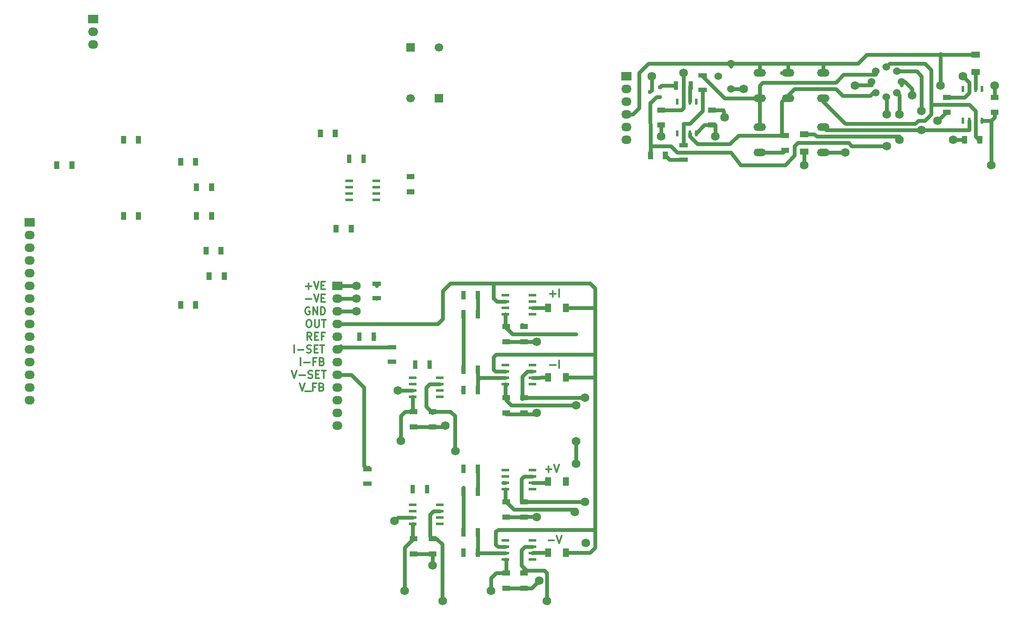
<source format=gbr>
G04 #@! TF.FileFunction,Copper,L1,Top,Signal*
%FSLAX46Y46*%
G04 Gerber Fmt 4.6, Leading zero omitted, Abs format (unit mm)*
G04 Created by KiCad (PCBNEW 4.0.4+dfsg1-stable) date Fri Dec 30 12:22:18 2016*
%MOMM*%
%LPD*%
G01*
G04 APERTURE LIST*
%ADD10C,0.100000*%
%ADD11C,0.300000*%
%ADD12R,1.300480X1.699260*%
%ADD13R,1.550000X0.600000*%
%ADD14R,2.032000X1.727200*%
%ADD15O,2.032000X1.727200*%
%ADD16R,1.600000X1.000000*%
%ADD17R,1.700000X0.900000*%
%ADD18R,0.900000X1.700000*%
%ADD19R,1.000000X1.600000*%
%ADD20C,1.699260*%
%ADD21R,1.699260X1.699260*%
%ADD22R,0.508000X1.143000*%
%ADD23R,1.699260X1.300480*%
%ADD24C,1.524000*%
%ADD25O,2.499360X1.501140*%
%ADD26R,0.800100X0.800100*%
%ADD27C,1.750000*%
%ADD28C,0.750000*%
G04 APERTURE END LIST*
D10*
D11*
X160329715Y-137267143D02*
X161472572Y-137267143D01*
X161972572Y-136338571D02*
X162472572Y-137838571D01*
X162972572Y-136338571D01*
X159821715Y-123043143D02*
X160964572Y-123043143D01*
X160393143Y-123614571D02*
X160393143Y-122471714D01*
X161464572Y-122114571D02*
X161964572Y-123614571D01*
X162464572Y-122114571D01*
X160615429Y-102215143D02*
X161758286Y-102215143D01*
X162472572Y-102786571D02*
X162472572Y-101286571D01*
X160615429Y-87991143D02*
X161758286Y-87991143D01*
X161186857Y-88562571D02*
X161186857Y-87419714D01*
X162472572Y-88562571D02*
X162472572Y-87062571D01*
X110565715Y-105858571D02*
X111065715Y-107358571D01*
X111565715Y-105858571D01*
X111708572Y-107501429D02*
X112851429Y-107501429D01*
X113708572Y-106572857D02*
X113208572Y-106572857D01*
X113208572Y-107358571D02*
X113208572Y-105858571D01*
X113922858Y-105858571D01*
X114994286Y-106572857D02*
X115208572Y-106644286D01*
X115280000Y-106715714D01*
X115351429Y-106858571D01*
X115351429Y-107072857D01*
X115280000Y-107215714D01*
X115208572Y-107287143D01*
X115065714Y-107358571D01*
X114494286Y-107358571D01*
X114494286Y-105858571D01*
X114994286Y-105858571D01*
X115137143Y-105930000D01*
X115208572Y-106001429D01*
X115280000Y-106144286D01*
X115280000Y-106287143D01*
X115208572Y-106430000D01*
X115137143Y-106501429D01*
X114994286Y-106572857D01*
X114494286Y-106572857D01*
X109002143Y-103318571D02*
X109502143Y-104818571D01*
X110002143Y-103318571D01*
X110502143Y-104247143D02*
X111645000Y-104247143D01*
X112287857Y-104747143D02*
X112502143Y-104818571D01*
X112859286Y-104818571D01*
X113002143Y-104747143D01*
X113073572Y-104675714D01*
X113145000Y-104532857D01*
X113145000Y-104390000D01*
X113073572Y-104247143D01*
X113002143Y-104175714D01*
X112859286Y-104104286D01*
X112573572Y-104032857D01*
X112430714Y-103961429D01*
X112359286Y-103890000D01*
X112287857Y-103747143D01*
X112287857Y-103604286D01*
X112359286Y-103461429D01*
X112430714Y-103390000D01*
X112573572Y-103318571D01*
X112930714Y-103318571D01*
X113145000Y-103390000D01*
X113787857Y-104032857D02*
X114287857Y-104032857D01*
X114502143Y-104818571D02*
X113787857Y-104818571D01*
X113787857Y-103318571D01*
X114502143Y-103318571D01*
X114930714Y-103318571D02*
X115787857Y-103318571D01*
X115359286Y-104818571D02*
X115359286Y-103318571D01*
X112292000Y-93158571D02*
X112577714Y-93158571D01*
X112720572Y-93230000D01*
X112863429Y-93372857D01*
X112934857Y-93658571D01*
X112934857Y-94158571D01*
X112863429Y-94444286D01*
X112720572Y-94587143D01*
X112577714Y-94658571D01*
X112292000Y-94658571D01*
X112149143Y-94587143D01*
X112006286Y-94444286D01*
X111934857Y-94158571D01*
X111934857Y-93658571D01*
X112006286Y-93372857D01*
X112149143Y-93230000D01*
X112292000Y-93158571D01*
X113577715Y-93158571D02*
X113577715Y-94372857D01*
X113649143Y-94515714D01*
X113720572Y-94587143D01*
X113863429Y-94658571D01*
X114149143Y-94658571D01*
X114292001Y-94587143D01*
X114363429Y-94515714D01*
X114434858Y-94372857D01*
X114434858Y-93158571D01*
X114934858Y-93158571D02*
X115792001Y-93158571D01*
X115363430Y-94658571D02*
X115363430Y-93158571D01*
X110708572Y-102278571D02*
X110708572Y-100778571D01*
X111422858Y-101707143D02*
X112565715Y-101707143D01*
X113780001Y-101492857D02*
X113280001Y-101492857D01*
X113280001Y-102278571D02*
X113280001Y-100778571D01*
X113994287Y-100778571D01*
X115065715Y-101492857D02*
X115280001Y-101564286D01*
X115351429Y-101635714D01*
X115422858Y-101778571D01*
X115422858Y-101992857D01*
X115351429Y-102135714D01*
X115280001Y-102207143D01*
X115137143Y-102278571D01*
X114565715Y-102278571D01*
X114565715Y-100778571D01*
X115065715Y-100778571D01*
X115208572Y-100850000D01*
X115280001Y-100921429D01*
X115351429Y-101064286D01*
X115351429Y-101207143D01*
X115280001Y-101350000D01*
X115208572Y-101421429D01*
X115065715Y-101492857D01*
X114565715Y-101492857D01*
X109502143Y-99738571D02*
X109502143Y-98238571D01*
X110216429Y-99167143D02*
X111359286Y-99167143D01*
X112002143Y-99667143D02*
X112216429Y-99738571D01*
X112573572Y-99738571D01*
X112716429Y-99667143D01*
X112787858Y-99595714D01*
X112859286Y-99452857D01*
X112859286Y-99310000D01*
X112787858Y-99167143D01*
X112716429Y-99095714D01*
X112573572Y-99024286D01*
X112287858Y-98952857D01*
X112145000Y-98881429D01*
X112073572Y-98810000D01*
X112002143Y-98667143D01*
X112002143Y-98524286D01*
X112073572Y-98381429D01*
X112145000Y-98310000D01*
X112287858Y-98238571D01*
X112645000Y-98238571D01*
X112859286Y-98310000D01*
X113502143Y-98952857D02*
X114002143Y-98952857D01*
X114216429Y-99738571D02*
X113502143Y-99738571D01*
X113502143Y-98238571D01*
X114216429Y-98238571D01*
X114645000Y-98238571D02*
X115502143Y-98238571D01*
X115073572Y-99738571D02*
X115073572Y-98238571D01*
X112934858Y-97198571D02*
X112434858Y-96484286D01*
X112077715Y-97198571D02*
X112077715Y-95698571D01*
X112649143Y-95698571D01*
X112792001Y-95770000D01*
X112863429Y-95841429D01*
X112934858Y-95984286D01*
X112934858Y-96198571D01*
X112863429Y-96341429D01*
X112792001Y-96412857D01*
X112649143Y-96484286D01*
X112077715Y-96484286D01*
X113577715Y-96412857D02*
X114077715Y-96412857D01*
X114292001Y-97198571D02*
X113577715Y-97198571D01*
X113577715Y-95698571D01*
X114292001Y-95698571D01*
X115434858Y-96412857D02*
X114934858Y-96412857D01*
X114934858Y-97198571D02*
X114934858Y-95698571D01*
X115649144Y-95698571D01*
X112522143Y-90690000D02*
X112379286Y-90618571D01*
X112165000Y-90618571D01*
X111950715Y-90690000D01*
X111807857Y-90832857D01*
X111736429Y-90975714D01*
X111665000Y-91261429D01*
X111665000Y-91475714D01*
X111736429Y-91761429D01*
X111807857Y-91904286D01*
X111950715Y-92047143D01*
X112165000Y-92118571D01*
X112307857Y-92118571D01*
X112522143Y-92047143D01*
X112593572Y-91975714D01*
X112593572Y-91475714D01*
X112307857Y-91475714D01*
X113236429Y-92118571D02*
X113236429Y-90618571D01*
X114093572Y-92118571D01*
X114093572Y-90618571D01*
X114807858Y-92118571D02*
X114807858Y-90618571D01*
X115165001Y-90618571D01*
X115379286Y-90690000D01*
X115522144Y-90832857D01*
X115593572Y-90975714D01*
X115665001Y-91261429D01*
X115665001Y-91475714D01*
X115593572Y-91761429D01*
X115522144Y-91904286D01*
X115379286Y-92047143D01*
X115165001Y-92118571D01*
X114807858Y-92118571D01*
X111772143Y-89007143D02*
X112915000Y-89007143D01*
X113415000Y-88078571D02*
X113915000Y-89578571D01*
X114415000Y-88078571D01*
X114915000Y-88792857D02*
X115415000Y-88792857D01*
X115629286Y-89578571D02*
X114915000Y-89578571D01*
X114915000Y-88078571D01*
X115629286Y-88078571D01*
X111772143Y-86467143D02*
X112915000Y-86467143D01*
X112343571Y-87038571D02*
X112343571Y-85895714D01*
X113415000Y-85538571D02*
X113915000Y-87038571D01*
X114415000Y-85538571D01*
X114915000Y-86252857D02*
X115415000Y-86252857D01*
X115629286Y-87038571D02*
X114915000Y-87038571D01*
X114915000Y-85538571D01*
X115629286Y-85538571D01*
D12*
X163802060Y-90805000D03*
X160301940Y-90805000D03*
D13*
X151732000Y-88265000D03*
X151732000Y-89535000D03*
X151732000Y-90805000D03*
X151732000Y-92075000D03*
X157132000Y-92075000D03*
X157132000Y-90805000D03*
X157132000Y-89535000D03*
X157132000Y-88265000D03*
D12*
X160301940Y-104648000D03*
X163802060Y-104648000D03*
D14*
X118110000Y-86360000D03*
D15*
X118110000Y-88900000D03*
X118110000Y-91440000D03*
X118110000Y-93980000D03*
X118110000Y-96520000D03*
X118110000Y-99060000D03*
X118110000Y-101600000D03*
X118110000Y-104140000D03*
X118110000Y-106680000D03*
X118110000Y-109220000D03*
X118110000Y-111760000D03*
X118110000Y-114300000D03*
D13*
X133190000Y-104775000D03*
X133190000Y-106045000D03*
X133190000Y-107315000D03*
X133190000Y-108585000D03*
X138590000Y-108585000D03*
X138590000Y-107315000D03*
X138590000Y-106045000D03*
X138590000Y-104775000D03*
X151732000Y-102235000D03*
X151732000Y-103505000D03*
X151732000Y-104775000D03*
X151732000Y-106045000D03*
X157132000Y-106045000D03*
X157132000Y-104775000D03*
X157132000Y-103505000D03*
X157132000Y-102235000D03*
D12*
X163802060Y-125476000D03*
X160301940Y-125476000D03*
X160301940Y-139700000D03*
X163802060Y-139700000D03*
D13*
X133190000Y-130175000D03*
X133190000Y-131445000D03*
X133190000Y-132715000D03*
X133190000Y-133985000D03*
X138590000Y-133985000D03*
X138590000Y-132715000D03*
X138590000Y-131445000D03*
X138590000Y-130175000D03*
X151732000Y-123190000D03*
X151732000Y-124460000D03*
X151732000Y-125730000D03*
X151732000Y-127000000D03*
X157132000Y-127000000D03*
X157132000Y-125730000D03*
X157132000Y-124460000D03*
X157132000Y-123190000D03*
X151732000Y-137287000D03*
X151732000Y-138557000D03*
X151732000Y-139827000D03*
X151732000Y-141097000D03*
X157132000Y-141097000D03*
X157132000Y-139827000D03*
X157132000Y-138557000D03*
X157132000Y-137287000D03*
D16*
X151892000Y-94512000D03*
X151892000Y-97512000D03*
X155448000Y-94512000D03*
X155448000Y-97512000D03*
X137160000Y-111530000D03*
X137160000Y-114530000D03*
X151892000Y-108736000D03*
X151892000Y-111736000D03*
X155448000Y-108736000D03*
X155448000Y-111736000D03*
X133350000Y-111530000D03*
X133350000Y-114530000D03*
X155448000Y-129564000D03*
X155448000Y-132564000D03*
X151892000Y-129564000D03*
X151892000Y-132564000D03*
X155448000Y-143788000D03*
X155448000Y-146788000D03*
X133350000Y-136930000D03*
X133350000Y-139930000D03*
X137160000Y-136930000D03*
X137160000Y-139930000D03*
X151892000Y-143788000D03*
X151892000Y-146788000D03*
D17*
X129032000Y-101526000D03*
X129032000Y-98626000D03*
D18*
X136578000Y-102108000D03*
X133678000Y-102108000D03*
X146230000Y-92075000D03*
X143330000Y-92075000D03*
X146230000Y-88265000D03*
X143330000Y-88265000D03*
X146230000Y-103124000D03*
X143330000Y-103124000D03*
X146230000Y-107188000D03*
X143330000Y-107188000D03*
X125402000Y-96520000D03*
X122502000Y-96520000D03*
D17*
X124079000Y-125910000D03*
X124079000Y-123010000D03*
D18*
X136070000Y-127000000D03*
X133170000Y-127000000D03*
X146230000Y-127508000D03*
X143330000Y-127508000D03*
X146230000Y-122936000D03*
X143330000Y-122936000D03*
X146230000Y-135636000D03*
X143330000Y-135636000D03*
X146230000Y-139700000D03*
X143330000Y-139700000D03*
D17*
X125984000Y-88826000D03*
X125984000Y-85926000D03*
D19*
X114705000Y-55880000D03*
X117705000Y-55880000D03*
D16*
X132715000Y-64540000D03*
X132715000Y-67540000D03*
D19*
X117880000Y-74930000D03*
X120880000Y-74930000D03*
X62000000Y-62230000D03*
X65000000Y-62230000D03*
X75335000Y-72390000D03*
X78335000Y-72390000D03*
X75335000Y-57150000D03*
X78335000Y-57150000D03*
X86765000Y-61595000D03*
X89765000Y-61595000D03*
X89940000Y-66675000D03*
X92940000Y-66675000D03*
X89940000Y-72390000D03*
X92940000Y-72390000D03*
X91845000Y-79375000D03*
X94845000Y-79375000D03*
X92480000Y-84455000D03*
X95480000Y-84455000D03*
X86765000Y-90170000D03*
X89765000Y-90170000D03*
D18*
X120470000Y-60960000D03*
X123370000Y-60960000D03*
D13*
X125890000Y-69215000D03*
X125890000Y-67945000D03*
X125890000Y-66675000D03*
X125890000Y-65405000D03*
X120490000Y-65405000D03*
X120490000Y-66675000D03*
X120490000Y-67945000D03*
X120490000Y-69215000D03*
D16*
X240030000Y-48665000D03*
X240030000Y-51665000D03*
X182880000Y-51205000D03*
X182880000Y-54205000D03*
X193040000Y-54205000D03*
X193040000Y-51205000D03*
X249555000Y-51665000D03*
X249555000Y-48665000D03*
D20*
X132717540Y-48895520D03*
D21*
X132717540Y-38735520D03*
D20*
X138427460Y-38734480D03*
D21*
X138427460Y-48894480D03*
D14*
X56515000Y-73660000D03*
D15*
X56515000Y-76200000D03*
X56515000Y-78740000D03*
X56515000Y-81280000D03*
X56515000Y-83820000D03*
X56515000Y-86360000D03*
X56515000Y-88900000D03*
X56515000Y-91440000D03*
X56515000Y-93980000D03*
X56515000Y-96520000D03*
X56515000Y-99060000D03*
X56515000Y-101600000D03*
X56515000Y-104140000D03*
X56515000Y-106680000D03*
X56515000Y-109220000D03*
D14*
X69215000Y-33020000D03*
D15*
X69215000Y-35560000D03*
X69215000Y-38100000D03*
D14*
X175895000Y-44450000D03*
D15*
X175895000Y-46990000D03*
X175895000Y-49530000D03*
X175895000Y-52070000D03*
X175895000Y-54610000D03*
X175895000Y-57150000D03*
D22*
X243205000Y-46990000D03*
X244475000Y-46990000D03*
X245745000Y-46990000D03*
X247015000Y-46990000D03*
X247015000Y-53340000D03*
X245745000Y-53340000D03*
X244475000Y-53340000D03*
X243205000Y-53340000D03*
D19*
X246610000Y-57150000D03*
X243610000Y-57150000D03*
D23*
X245745000Y-43660060D03*
X245745000Y-40159940D03*
D24*
X224927500Y-45607500D03*
X230927500Y-45607500D03*
X227927500Y-42607500D03*
X227927500Y-48607500D03*
X230052500Y-47732500D03*
X225802500Y-43482500D03*
X230052500Y-43482500D03*
X225802500Y-47732500D03*
D25*
X215265000Y-54610000D03*
X215265000Y-59690000D03*
D18*
X188775000Y-46355000D03*
X185875000Y-46355000D03*
D17*
X187325000Y-58240000D03*
X187325000Y-61140000D03*
X191135000Y-47170000D03*
X191135000Y-44270000D03*
D24*
X194310000Y-44450000D03*
X196850000Y-41910000D03*
X196850000Y-46990000D03*
D22*
X186055000Y-49530000D03*
X187325000Y-49530000D03*
X188595000Y-49530000D03*
X189865000Y-49530000D03*
X189865000Y-55880000D03*
X188595000Y-55880000D03*
X187325000Y-55880000D03*
X186055000Y-55880000D03*
D23*
X211455000Y-56034940D03*
X211455000Y-59535060D03*
D26*
X182610760Y-48575000D03*
X182610760Y-46675000D03*
X180611780Y-47625000D03*
D19*
X183745000Y-60325000D03*
X180745000Y-60325000D03*
D16*
X207645000Y-56285000D03*
X207645000Y-59285000D03*
D25*
X215265000Y-43815000D03*
X215265000Y-48895000D03*
X208280000Y-43815000D03*
X208280000Y-48895000D03*
X202565000Y-43815000D03*
X202565000Y-48895000D03*
X202565000Y-54610000D03*
X202565000Y-59690000D03*
D27*
X187325000Y-43815000D03*
X180975000Y-44450000D03*
X243205000Y-44450000D03*
X160020000Y-149352000D03*
X141732000Y-119380000D03*
X167640000Y-108712000D03*
X139192000Y-149352000D03*
X167640000Y-129540000D03*
X167767000Y-137795000D03*
X121920000Y-86360000D03*
X193675000Y-56515000D03*
X248920000Y-62230000D03*
X211455000Y-62230000D03*
X165608000Y-131572000D03*
X148844000Y-147320000D03*
X130810000Y-117348000D03*
X131572000Y-147320000D03*
X165862000Y-110236000D03*
X165862000Y-117475000D03*
X165862000Y-121920000D03*
X121920000Y-88900000D03*
X199390000Y-46990000D03*
X182880000Y-56515000D03*
X195580000Y-52705000D03*
X249555000Y-46355000D03*
X238125000Y-53340000D03*
X221615000Y-46355000D03*
X219710000Y-59690000D03*
X241300000Y-57150000D03*
X158496000Y-145288000D03*
X121920000Y-91440000D03*
X157988000Y-97536000D03*
X157988000Y-111760000D03*
X139700000Y-114300000D03*
X137160000Y-142240000D03*
X130175000Y-107315000D03*
X157988000Y-132588000D03*
X233045000Y-48260000D03*
X238760000Y-46355000D03*
X129540000Y-133350000D03*
X234950000Y-55245000D03*
X234950000Y-51435000D03*
X227965000Y-52070000D03*
X227965000Y-58420000D03*
X230505000Y-52070000D03*
X230505000Y-57150000D03*
D28*
X187325000Y-43815000D02*
X187325000Y-49530000D01*
X180975000Y-44450000D02*
X180975000Y-47261780D01*
X180975000Y-47261780D02*
X180611780Y-47625000D01*
X187325000Y-49530000D02*
X187325000Y-50800000D01*
X187325000Y-50800000D02*
X186920000Y-51205000D01*
X186920000Y-51205000D02*
X182880000Y-51205000D01*
X180611780Y-44813220D02*
X180975000Y-44450000D01*
X244475000Y-46990000D02*
X244475000Y-47800000D01*
X243610000Y-48665000D02*
X244475000Y-47800000D01*
X241705000Y-48665000D02*
X240665000Y-48665000D01*
X241705000Y-48665000D02*
X243610000Y-48665000D01*
X244475000Y-46990000D02*
X244475000Y-45720000D01*
X244475000Y-45720000D02*
X243205000Y-44450000D01*
X155448000Y-142748000D02*
X155448000Y-143788000D01*
X154940000Y-142240000D02*
X155448000Y-142748000D01*
X155448000Y-142748000D02*
X155956000Y-143256000D01*
X160020000Y-149352000D02*
X160020000Y-143764000D01*
X159512000Y-143256000D02*
X160020000Y-143764000D01*
X154940000Y-139192000D02*
X154940000Y-142240000D01*
X155575000Y-138557000D02*
X157132000Y-138557000D01*
X155575000Y-138557000D02*
X154940000Y-139192000D01*
X155956000Y-143256000D02*
X159512000Y-143256000D01*
X140740000Y-111530000D02*
X141605000Y-112395000D01*
X141605000Y-112395000D02*
X141605000Y-119380000D01*
X137160000Y-111530000D02*
X140740000Y-111530000D01*
X141605000Y-119380000D02*
X141732000Y-119380000D01*
X139065000Y-138049000D02*
X139065000Y-149225000D01*
X139065000Y-149225000D02*
X139192000Y-149352000D01*
X137160000Y-136930000D02*
X137946000Y-136930000D01*
X137946000Y-136930000D02*
X139065000Y-138049000D01*
X138590000Y-131445000D02*
X137287000Y-131445000D01*
X136652000Y-136422000D02*
X137160000Y-136930000D01*
X136652000Y-132080000D02*
X136652000Y-136422000D01*
X137287000Y-131445000D02*
X136652000Y-132080000D01*
X155448000Y-129564000D02*
X167616000Y-129564000D01*
X167616000Y-129564000D02*
X167640000Y-129540000D01*
X155448000Y-108736000D02*
X167640000Y-108712000D01*
X121920000Y-86360000D02*
X118110000Y-86360000D01*
X154940000Y-124968000D02*
X154940000Y-129564000D01*
X154940000Y-129564000D02*
X155448000Y-129564000D01*
X156083000Y-103505000D02*
X155067000Y-104521000D01*
X157132000Y-103505000D02*
X156083000Y-103505000D01*
X155067000Y-104521000D02*
X155067000Y-108990000D01*
X157132000Y-124460000D02*
X155448000Y-124460000D01*
X155448000Y-124460000D02*
X154940000Y-124968000D01*
X155448000Y-129564000D02*
X155853000Y-129564000D01*
X137160000Y-111530000D02*
X137565000Y-111530000D01*
X137160000Y-111530000D02*
X137160000Y-111760000D01*
X137160000Y-111760000D02*
X135890000Y-110490000D01*
X138590000Y-106045000D02*
X136525000Y-106045000D01*
X135890000Y-110490000D02*
X137160000Y-111760000D01*
X135890000Y-106680000D02*
X135890000Y-110490000D01*
X136525000Y-106045000D02*
X135890000Y-106680000D01*
X165862000Y-96012000D02*
X165100000Y-96012000D01*
X165100000Y-96012000D02*
X153162000Y-96012000D01*
X153162000Y-96012000D02*
X151892000Y-94742000D01*
X151892000Y-94512000D02*
X151892000Y-94742000D01*
X193675000Y-56515000D02*
X193675000Y-54205000D01*
X248920000Y-53340000D02*
X248920000Y-62230000D01*
X247015000Y-53340000D02*
X248920000Y-53340000D01*
X249555000Y-52705000D02*
X249555000Y-51665000D01*
X248920000Y-53340000D02*
X249555000Y-52705000D01*
X193675000Y-54205000D02*
X191540000Y-54205000D01*
X191540000Y-54205000D02*
X189865000Y-55880000D01*
X211455000Y-62230000D02*
X211455000Y-59535060D01*
X155086052Y-94150052D02*
X155448000Y-94512000D01*
X165100000Y-131064000D02*
X165608000Y-131572000D01*
X118110000Y-88900000D02*
X121920000Y-88900000D01*
X151892000Y-143788000D02*
X149836000Y-143788000D01*
X148844000Y-144780000D02*
X148844000Y-147320000D01*
X149836000Y-143788000D02*
X148844000Y-144780000D01*
X130810000Y-112395000D02*
X130810000Y-117348000D01*
X131675000Y-111530000D02*
X130810000Y-112395000D01*
X133350000Y-111530000D02*
X131675000Y-111530000D01*
X131572000Y-138684000D02*
X131572000Y-147320000D01*
X133326000Y-136930000D02*
X131572000Y-138684000D01*
X133350000Y-136930000D02*
X133326000Y-136930000D01*
X133190000Y-133985000D02*
X133190000Y-136770000D01*
X133190000Y-136770000D02*
X133350000Y-136930000D01*
X152908000Y-110236000D02*
X165862000Y-110236000D01*
X151892000Y-109220000D02*
X152908000Y-110236000D01*
X151892000Y-108736000D02*
X151892000Y-109220000D01*
X151732000Y-106045000D02*
X151732000Y-108576000D01*
X151732000Y-108576000D02*
X151892000Y-108736000D01*
X151732000Y-127000000D02*
X151732000Y-129404000D01*
X151732000Y-129404000D02*
X151892000Y-129564000D01*
X151892000Y-143788000D02*
X151892000Y-141257000D01*
X151892000Y-141257000D02*
X151732000Y-141097000D01*
X151892000Y-129540000D02*
X153416000Y-131064000D01*
X153416000Y-131064000D02*
X165100000Y-131064000D01*
X165100000Y-131064000D02*
X165862000Y-131064000D01*
X151892000Y-129437000D02*
X151892000Y-129540000D01*
X133350000Y-111530000D02*
X132945000Y-111530000D01*
X165862000Y-121920000D02*
X165862000Y-117475000D01*
X151892000Y-106205000D02*
X151732000Y-106045000D01*
X151732000Y-92075000D02*
X151732000Y-94352000D01*
X151962000Y-143858000D02*
X151892000Y-143788000D01*
X133190000Y-108585000D02*
X133190000Y-111370000D01*
X133190000Y-111370000D02*
X133350000Y-111530000D01*
X133190000Y-136770000D02*
X133350000Y-136930000D01*
X133350000Y-134145000D02*
X133190000Y-133985000D01*
X157132000Y-104775000D02*
X160301940Y-104648000D01*
X202565000Y-59690000D02*
X207240000Y-59690000D01*
X207240000Y-59690000D02*
X207645000Y-59285000D01*
X196850000Y-46990000D02*
X199390000Y-46990000D01*
X182880000Y-54205000D02*
X182880000Y-56515000D01*
X193675000Y-51205000D02*
X195350000Y-51205000D01*
X195350000Y-51205000D02*
X195580000Y-52705000D01*
X249555000Y-48665000D02*
X249555000Y-46355000D01*
X240030000Y-51665000D02*
X238125000Y-53340000D01*
X224927500Y-46242500D02*
X221727500Y-46242500D01*
X221727500Y-46242500D02*
X221615000Y-46355000D01*
X219710000Y-59690000D02*
X215265000Y-59690000D01*
X243610000Y-57150000D02*
X241300000Y-57150000D01*
X151892000Y-132564000D02*
X155448000Y-132564000D01*
X155448000Y-146788000D02*
X156996000Y-146788000D01*
X156996000Y-146788000D02*
X158496000Y-145288000D01*
X121920000Y-91440000D02*
X118872000Y-91440000D01*
X155448000Y-97512000D02*
X157964000Y-97512000D01*
X157964000Y-97512000D02*
X157988000Y-97536000D01*
X155067000Y-111990000D02*
X157758000Y-111990000D01*
X157758000Y-111990000D02*
X157988000Y-111760000D01*
X151892000Y-146788000D02*
X155448000Y-146788000D01*
X137160000Y-114530000D02*
X139470000Y-114530000D01*
X139470000Y-114530000D02*
X139700000Y-114300000D01*
X151892000Y-111990000D02*
X155067000Y-111990000D01*
X151892000Y-97512000D02*
X155448000Y-97512000D01*
X157988000Y-132588000D02*
X155345000Y-132461000D01*
X155345000Y-132461000D02*
X155448000Y-132564000D01*
X133350000Y-139930000D02*
X137160000Y-139930000D01*
X137160000Y-139930000D02*
X137160000Y-142240000D01*
X133350000Y-114530000D02*
X137160000Y-114530000D01*
X133190000Y-107315000D02*
X130175000Y-107315000D01*
X169672000Y-90932000D02*
X169672000Y-86868000D01*
X169672000Y-135128000D02*
X169672000Y-138684000D01*
X168656000Y-139700000D02*
X163802060Y-139700000D01*
X168656000Y-139700000D02*
X169672000Y-138684000D01*
X151732000Y-103505000D02*
X149733000Y-103505000D01*
X149860000Y-100076000D02*
X169672000Y-100076000D01*
X149352000Y-100584000D02*
X149860000Y-100076000D01*
X149352000Y-103124000D02*
X149352000Y-100584000D01*
X149733000Y-103505000D02*
X149352000Y-103124000D01*
X126492000Y-93980000D02*
X138176000Y-93980000D01*
X138176000Y-93980000D02*
X139192000Y-92964000D01*
X118110000Y-93980000D02*
X126492000Y-93980000D01*
X149781846Y-138097846D02*
X150241000Y-138557000D01*
X150241000Y-138557000D02*
X151732000Y-138557000D01*
X149781846Y-135518769D02*
X149781846Y-138097846D01*
X169672000Y-135128000D02*
X150368000Y-135128000D01*
X150368000Y-135128000D02*
X149781846Y-135518769D01*
X163802060Y-90805000D02*
X169672000Y-90805000D01*
X169672000Y-90805000D02*
X169672000Y-90932000D01*
X169672000Y-125476000D02*
X169672000Y-135128000D01*
X169672000Y-90932000D02*
X169672000Y-100076000D01*
X169672000Y-100076000D02*
X169672000Y-104648000D01*
X160047940Y-125730000D02*
X160301940Y-125476000D01*
X151732000Y-139827000D02*
X146357000Y-139827000D01*
X146357000Y-139827000D02*
X146230000Y-139700000D01*
X146230000Y-139700000D02*
X146050000Y-139880000D01*
X146050000Y-139880000D02*
X146230000Y-139880000D01*
X168402000Y-85852000D02*
X168656000Y-85852000D01*
X168656000Y-85852000D02*
X169672000Y-86868000D01*
X168402000Y-85852000D02*
X149352000Y-85852000D01*
X149352000Y-85852000D02*
X148844000Y-85852000D01*
X139192000Y-87376000D02*
X140716000Y-85852000D01*
X139192000Y-92964000D02*
X139192000Y-87376000D01*
X140716000Y-85852000D02*
X148844000Y-85852000D01*
X148844000Y-85852000D02*
X149352000Y-85852000D01*
X169672000Y-104648000D02*
X169672000Y-125476000D01*
X149352000Y-85852000D02*
X149352000Y-88900000D01*
X149479000Y-89027000D02*
X149987000Y-89535000D01*
X202565000Y-43815000D02*
X202565000Y-41910000D01*
X208915000Y-41910000D02*
X209550000Y-41910000D01*
X208915000Y-41910000D02*
X203200000Y-41910000D01*
X203200000Y-41910000D02*
X202565000Y-41910000D01*
X202565000Y-41910000D02*
X196850000Y-41910000D01*
X238760000Y-40159940D02*
X238760000Y-46355000D01*
X233045000Y-46990000D02*
X231662500Y-45607500D01*
X233045000Y-48260000D02*
X233045000Y-46990000D01*
X238760000Y-40159940D02*
X238760000Y-40005000D01*
X238760000Y-40005000D02*
X238760000Y-40159940D01*
X245745000Y-40159940D02*
X238760000Y-40159940D01*
X238760000Y-40159940D02*
X224000060Y-40159940D01*
X222250000Y-41910000D02*
X215265000Y-41910000D01*
X224000060Y-40159940D02*
X222250000Y-41910000D01*
X208280000Y-43815000D02*
X208280000Y-41910000D01*
X208280000Y-41910000D02*
X208915000Y-41910000D01*
X209550000Y-41910000D02*
X215265000Y-41910000D01*
X215265000Y-41910000D02*
X215265000Y-42219880D01*
X215265000Y-42219880D02*
X215265000Y-43815000D01*
X196850000Y-41910000D02*
X180340000Y-41910000D01*
X180340000Y-41910000D02*
X178435000Y-43815000D01*
X178435000Y-43815000D02*
X178435000Y-50800000D01*
X178435000Y-50800000D02*
X177165000Y-52070000D01*
X177165000Y-52070000D02*
X175895000Y-52070000D01*
X231662500Y-45607500D02*
X230927500Y-45607500D01*
X230927500Y-46242500D02*
X230927500Y-45932500D01*
X208915000Y-43815000D02*
X207010000Y-43815000D01*
X196850000Y-42545000D02*
X196850000Y-41910000D01*
X125984000Y-86360000D02*
X125984000Y-85926000D01*
X118290000Y-96340000D02*
X118110000Y-96520000D01*
X129032000Y-98626000D02*
X129466000Y-98626000D01*
X129032000Y-98626000D02*
X118544000Y-98626000D01*
X118544000Y-98626000D02*
X118110000Y-99060000D01*
X118745000Y-99060000D02*
X118745000Y-98425000D01*
X143203000Y-107315000D02*
X143330000Y-107188000D01*
X143330000Y-100076000D02*
X143330000Y-103124000D01*
X143330000Y-127508000D02*
X143330000Y-127074000D01*
X143330000Y-127508000D02*
X143256000Y-127508000D01*
X143330000Y-127508000D02*
X143330000Y-126693000D01*
X143330000Y-135636000D02*
X143330000Y-127508000D01*
X149987000Y-89535000D02*
X151732000Y-89535000D01*
X143330000Y-92075000D02*
X143330000Y-100076000D01*
X157132000Y-90805000D02*
X160301940Y-90805000D01*
X146230000Y-90932000D02*
X146230000Y-92075000D01*
X151732000Y-104775000D02*
X146378000Y-104775000D01*
X146378000Y-104775000D02*
X146304000Y-104849000D01*
X146304000Y-105156000D02*
X146230000Y-105156000D01*
X146304000Y-104849000D02*
X146304000Y-105156000D01*
X146230000Y-103124000D02*
X146230000Y-105156000D01*
X146230000Y-105156000D02*
X146230000Y-107188000D01*
X118110000Y-104140000D02*
X120904000Y-104140000D01*
X123444000Y-122375000D02*
X124079000Y-123010000D01*
X123444000Y-106680000D02*
X123444000Y-122375000D01*
X120904000Y-104140000D02*
X123444000Y-106680000D01*
X124153000Y-122936000D02*
X124079000Y-123010000D01*
X124407000Y-122682000D02*
X124079000Y-123010000D01*
X122502000Y-96520000D02*
X122428000Y-96520000D01*
X133190000Y-132715000D02*
X130175000Y-132715000D01*
X130175000Y-132715000D02*
X129540000Y-133350000D01*
X146230000Y-125984000D02*
X146230000Y-127508000D01*
X163802060Y-104648000D02*
X169672000Y-104648000D01*
X157132000Y-125730000D02*
X160047940Y-125730000D01*
X160301940Y-139700000D02*
X157259000Y-139700000D01*
X157259000Y-139700000D02*
X157132000Y-139827000D01*
X146230000Y-88265000D02*
X146230000Y-90932000D01*
X125402000Y-96520000D02*
X125476000Y-96520000D01*
X151257000Y-125730000D02*
X151732000Y-125730000D01*
X146230000Y-122936000D02*
X146230000Y-125984000D01*
X146230000Y-135636000D02*
X146230000Y-139700000D01*
X125910000Y-88900000D02*
X125984000Y-88826000D01*
X245745000Y-43660060D02*
X245745000Y-46990000D01*
X220345000Y-55245000D02*
X215900000Y-55245000D01*
X215900000Y-55245000D02*
X215265000Y-54610000D01*
X244475000Y-53340000D02*
X244475000Y-55245000D01*
X230052500Y-43482500D02*
X233982500Y-43482500D01*
X234950000Y-55245000D02*
X234950000Y-55245000D01*
X234950000Y-44450000D02*
X234950000Y-51435000D01*
X233982500Y-43482500D02*
X234950000Y-44450000D01*
X220345000Y-55245000D02*
X226060000Y-55245000D01*
X225877500Y-55245000D02*
X226060000Y-55245000D01*
X244475000Y-55245000D02*
X234950000Y-55245000D01*
X234950000Y-55245000D02*
X226695000Y-55245000D01*
X226695000Y-55245000D02*
X226060000Y-55245000D01*
X220980000Y-53975000D02*
X219710000Y-53975000D01*
X219710000Y-53975000D02*
X215265000Y-49530000D01*
X215265000Y-49530000D02*
X215265000Y-48895000D01*
X230505000Y-41910000D02*
X228600000Y-41910000D01*
X228600000Y-41910000D02*
X227927500Y-42582500D01*
X227927500Y-42582500D02*
X227927500Y-42607500D01*
X234950000Y-41910000D02*
X235585000Y-41910000D01*
X235585000Y-41910000D02*
X236855000Y-43180000D01*
X245745000Y-53340000D02*
X245745000Y-56515000D01*
X245745000Y-56515000D02*
X246380000Y-57150000D01*
X246380000Y-57150000D02*
X246610000Y-57150000D01*
X245745000Y-53340000D02*
X245745000Y-51435000D01*
X245745000Y-51435000D02*
X244475000Y-50165000D01*
X236855000Y-50165000D02*
X236855000Y-52070000D01*
X233680000Y-53975000D02*
X231140000Y-53975000D01*
X234315000Y-53340000D02*
X233680000Y-53975000D01*
X235585000Y-53340000D02*
X234315000Y-53340000D01*
X236855000Y-52070000D02*
X235585000Y-53340000D01*
X236855000Y-50165000D02*
X236855000Y-43180000D01*
X234950000Y-41910000D02*
X230505000Y-41910000D01*
X220980000Y-53975000D02*
X231140000Y-53975000D01*
X244475000Y-50165000D02*
X236855000Y-50165000D01*
X246380000Y-56920000D02*
X246610000Y-57150000D01*
X188595000Y-49530000D02*
X188595000Y-46535000D01*
X188595000Y-46535000D02*
X188775000Y-46355000D01*
X185875000Y-46355000D02*
X182930760Y-46355000D01*
X182930760Y-46355000D02*
X182610760Y-46675000D01*
X191135000Y-47170000D02*
X191135000Y-51435000D01*
X187325000Y-53975000D02*
X187325000Y-55880000D01*
X188595000Y-53975000D02*
X187325000Y-53975000D01*
X191135000Y-51435000D02*
X188595000Y-53975000D01*
X187325000Y-58240000D02*
X187780000Y-58240000D01*
X187325000Y-58240000D02*
X187325000Y-55880000D01*
X187325000Y-61140000D02*
X184560000Y-61140000D01*
X184560000Y-61140000D02*
X183745000Y-60325000D01*
X200025000Y-48895000D02*
X202565000Y-48895000D01*
X202565000Y-48895000D02*
X202565000Y-46355000D01*
X202565000Y-48895000D02*
X202565000Y-54610000D01*
X208915000Y-45720000D02*
X203200000Y-45720000D01*
X202565000Y-46355000D02*
X203200000Y-45720000D01*
X208915000Y-45720000D02*
X208280000Y-45720000D01*
X193040000Y-46355000D02*
X191135000Y-44450000D01*
X195580000Y-48895000D02*
X200025000Y-48895000D01*
X193040000Y-46355000D02*
X195580000Y-48895000D01*
X225802500Y-44117500D02*
X219407500Y-44117500D01*
X219407500Y-44117500D02*
X217805000Y-45720000D01*
X217805000Y-45720000D02*
X208915000Y-45720000D01*
X191135000Y-44450000D02*
X191135000Y-44270000D01*
X207645000Y-62230000D02*
X209550000Y-60325000D01*
X227965000Y-58420000D02*
X220980000Y-58420000D01*
X209550000Y-60325000D02*
X209550000Y-58420000D01*
X209550000Y-58420000D02*
X210185000Y-57785000D01*
X210185000Y-57785000D02*
X211455000Y-57785000D01*
X220345000Y-57785000D02*
X211455000Y-57785000D01*
X220980000Y-58420000D02*
X220345000Y-57785000D01*
X182610760Y-48575000D02*
X181975760Y-48575000D01*
X181975760Y-48575000D02*
X180705760Y-49845000D01*
X180705760Y-49845000D02*
X180705760Y-49799240D01*
X180705760Y-49799240D02*
X180975000Y-49530000D01*
X180705760Y-49845000D02*
X180705760Y-53609240D01*
X180745000Y-54205000D02*
X180745000Y-58420000D01*
X180705760Y-53609240D02*
X180745000Y-54205000D01*
X203835000Y-62230000D02*
X207645000Y-62230000D01*
X180745000Y-58420000D02*
X184785000Y-58420000D01*
X198755000Y-62230000D02*
X203835000Y-62230000D01*
X196850000Y-59690000D02*
X198755000Y-62230000D01*
X186055000Y-59690000D02*
X196850000Y-59690000D01*
X184785000Y-58420000D02*
X186055000Y-59690000D01*
X180745000Y-58420000D02*
X180745000Y-60325000D01*
X227927500Y-48607500D02*
X227927500Y-48932500D01*
X227927500Y-48932500D02*
X227965000Y-49530000D01*
X227965000Y-49530000D02*
X227965000Y-52070000D01*
X227927500Y-52032500D02*
X227965000Y-52070000D01*
X211455000Y-56034940D02*
X213514940Y-56034940D01*
X230505000Y-52070000D02*
X230505000Y-48260000D01*
X230505000Y-56515000D02*
X230505000Y-57150000D01*
X222885000Y-56515000D02*
X230505000Y-56515000D01*
X213995000Y-56515000D02*
X222885000Y-56515000D01*
X213514940Y-56034940D02*
X213995000Y-56515000D01*
X230505000Y-48260000D02*
X230052500Y-47807500D01*
X230052500Y-47807500D02*
X230052500Y-47732500D01*
X211455000Y-56034940D02*
X211609940Y-56034940D01*
X207645000Y-56285000D02*
X202565000Y-56285000D01*
X200025000Y-56285000D02*
X202565000Y-56285000D01*
X198350000Y-56285000D02*
X196580002Y-58054998D01*
X200025000Y-56285000D02*
X198350000Y-56285000D01*
X225802500Y-47732500D02*
X225317500Y-47732500D01*
X225317500Y-47732500D02*
X224790000Y-48260000D01*
X224790000Y-48260000D02*
X224682500Y-48367500D01*
X224682500Y-48367500D02*
X219182500Y-48367500D01*
X209550000Y-46990000D02*
X208280000Y-48260000D01*
X215900000Y-46990000D02*
X209550000Y-46990000D01*
X217805000Y-46990000D02*
X215900000Y-46990000D01*
X219182500Y-48367500D02*
X217805000Y-46990000D01*
X208280000Y-48260000D02*
X208280000Y-48895000D01*
X208280000Y-48895000D02*
X207645000Y-48895000D01*
X207645000Y-48895000D02*
X207010000Y-49530000D01*
X207010000Y-49530000D02*
X207010000Y-52705000D01*
X190134998Y-58054998D02*
X196215000Y-58054998D01*
X188595000Y-55880000D02*
X188595000Y-56515000D01*
X190134998Y-58054998D02*
X188595000Y-56515000D01*
X207010000Y-56285000D02*
X207010000Y-52705000D01*
M02*

</source>
